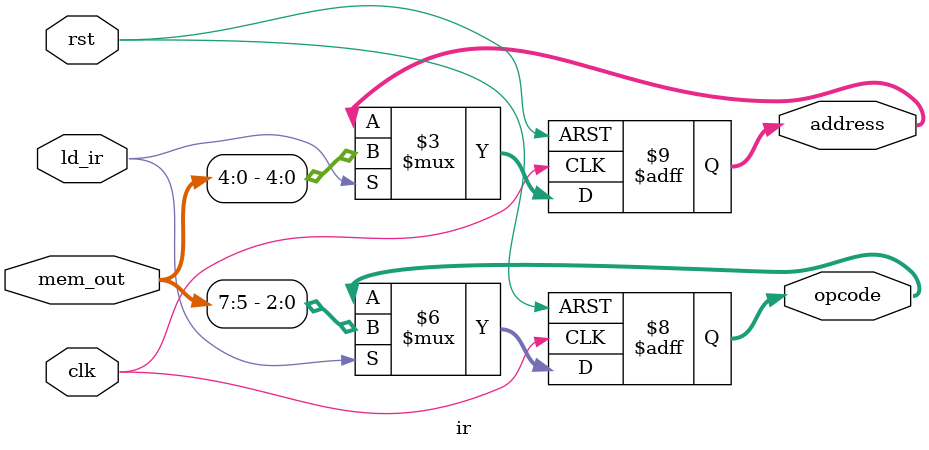
<source format=v>
module ir(
    input wire clk, 
    input wire rst,
    input wire ld_ir,
    input wire [7:0] mem_out,
    output reg [2:0] opcode,
    output reg [4:0] address
);

always @(posedge clk or posedge rst) begin
    if (rst) begin
        {opcode, address} <= 8'b0;
    end
    else if(ld_ir) begin
        opcode <= mem_out[7:5];
        address <= mem_out[4:0];
    end
    else begin
        opcode <= opcode; // Maintain current opcode
        address <= address; // Maintain current address
    end
end

endmodule
</source>
